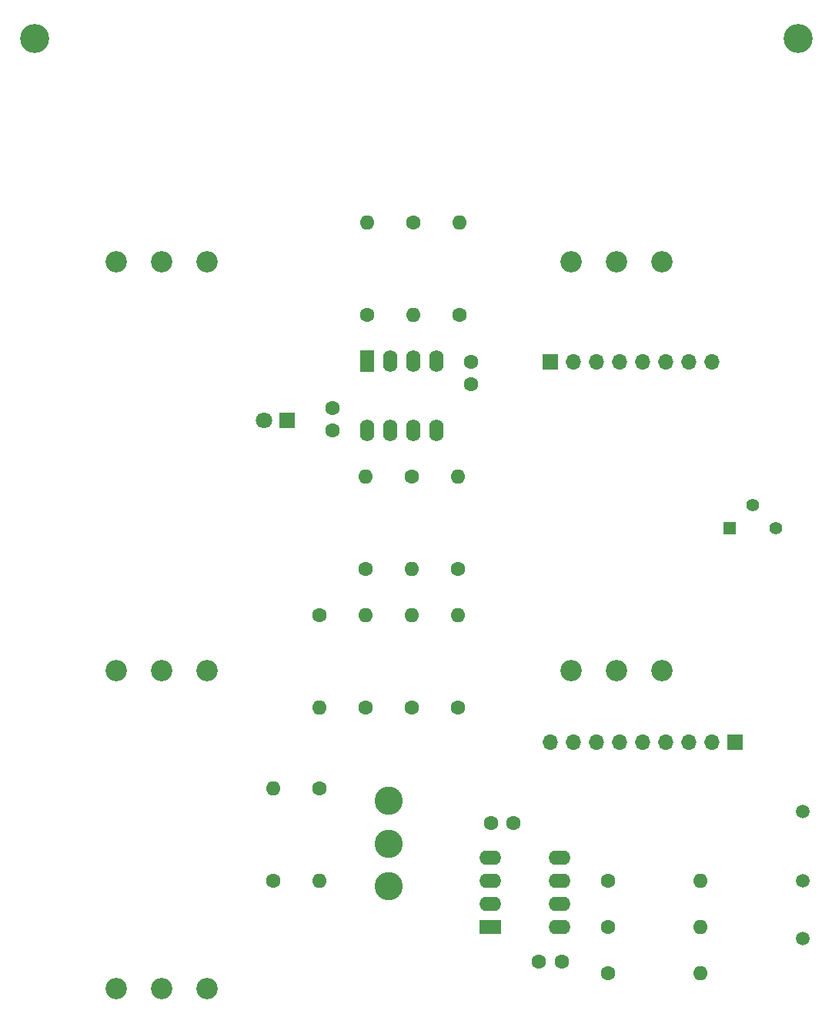
<source format=gts>
G04 #@! TF.GenerationSoftware,KiCad,Pcbnew,7.0.2-6a45011f42~172~ubuntu22.04.1*
G04 #@! TF.CreationDate,2023-05-05T21:02:08-04:00*
G04 #@! TF.ProjectId,springReverbRev2_FrontPCB,73707269-6e67-4526-9576-657262526576,rev?*
G04 #@! TF.SameCoordinates,Original*
G04 #@! TF.FileFunction,Soldermask,Top*
G04 #@! TF.FilePolarity,Negative*
%FSLAX46Y46*%
G04 Gerber Fmt 4.6, Leading zero omitted, Abs format (unit mm)*
G04 Created by KiCad (PCBNEW 7.0.2-6a45011f42~172~ubuntu22.04.1) date 2023-05-05 21:02:08*
%MOMM*%
%LPD*%
G01*
G04 APERTURE LIST*
%ADD10C,2.340000*%
%ADD11R,1.400000X1.400000*%
%ADD12C,1.400000*%
%ADD13C,3.200000*%
%ADD14C,1.500000*%
%ADD15C,3.100000*%
%ADD16R,1.800000X1.800000*%
%ADD17C,1.800000*%
%ADD18C,1.600000*%
%ADD19O,1.600000X1.600000*%
%ADD20R,2.400000X1.600000*%
%ADD21O,2.400000X1.600000*%
%ADD22R,1.600000X2.400000*%
%ADD23O,1.600000X2.400000*%
%ADD24R,1.700000X1.700000*%
%ADD25O,1.700000X1.700000*%
G04 APERTURE END LIST*
D10*
G04 #@! TO.C,RV901*
X117000000Y-71750000D03*
X122000000Y-71750000D03*
X127000000Y-71750000D03*
G04 #@! TD*
D11*
G04 #@! TO.C,VR1*
X184460000Y-101060000D03*
D12*
X187000000Y-98520000D03*
X189540000Y-101060000D03*
G04 #@! TD*
D13*
G04 #@! TO.C,H905*
X192000000Y-47250000D03*
G04 #@! TD*
D14*
G04 #@! TO.C,TP905*
X192520000Y-139880000D03*
G04 #@! TD*
D10*
G04 #@! TO.C,RV905*
X167000000Y-116750000D03*
X172000000Y-116750000D03*
X177000000Y-116750000D03*
G04 #@! TD*
D13*
G04 #@! TO.C,H903*
X108000000Y-47250000D03*
G04 #@! TD*
D15*
G04 #@! TO.C,SW901*
X147000000Y-140450000D03*
X147000000Y-135750000D03*
X147000000Y-131050000D03*
G04 #@! TD*
D10*
G04 #@! TO.C,RV903*
X117000000Y-151750000D03*
X122000000Y-151750000D03*
X127000000Y-151750000D03*
G04 #@! TD*
D14*
G04 #@! TO.C,TP904*
X192520000Y-132260000D03*
G04 #@! TD*
D10*
G04 #@! TO.C,RV902*
X117000000Y-116750000D03*
X122000000Y-116750000D03*
X127000000Y-116750000D03*
G04 #@! TD*
D16*
G04 #@! TO.C,LED1*
X135775000Y-89250000D03*
D17*
X133235000Y-89250000D03*
G04 #@! TD*
D10*
G04 #@! TO.C,RV904*
X167000000Y-71750000D03*
X172000000Y-71750000D03*
X177000000Y-71750000D03*
G04 #@! TD*
D14*
G04 #@! TO.C,TP906*
X192520000Y-146230000D03*
G04 #@! TD*
D18*
G04 #@! TO.C,R26*
X139380000Y-129720000D03*
D19*
X139380000Y-139880000D03*
G04 #@! TD*
D18*
G04 #@! TO.C,R20*
X144460000Y-105590000D03*
D19*
X144460000Y-95430000D03*
G04 #@! TD*
D18*
G04 #@! TO.C,R16*
X154620000Y-105590000D03*
D19*
X154620000Y-95430000D03*
G04 #@! TD*
D20*
G04 #@! TO.C,U1*
X158194286Y-144950000D03*
D21*
X158194286Y-142410000D03*
X158194286Y-139870000D03*
X158194286Y-137330000D03*
X165814286Y-137330000D03*
X165814286Y-139870000D03*
X165814286Y-142410000D03*
X165814286Y-144950000D03*
G04 #@! TD*
D18*
G04 #@! TO.C,C7*
X156065000Y-85270000D03*
X156065000Y-82770000D03*
G04 #@! TD*
D22*
G04 #@! TO.C,U2*
X144645000Y-82740000D03*
D23*
X147185000Y-82740000D03*
X149725000Y-82740000D03*
X152265000Y-82740000D03*
X152265000Y-90360000D03*
X149725000Y-90360000D03*
X147185000Y-90360000D03*
X144645000Y-90360000D03*
G04 #@! TD*
D24*
G04 #@! TO.C,J909*
X185090000Y-124615000D03*
D25*
X182550000Y-124615000D03*
X180010000Y-124615000D03*
X177470000Y-124615000D03*
X174930000Y-124615000D03*
X172390000Y-124615000D03*
X169850000Y-124615000D03*
X167310000Y-124615000D03*
X164770000Y-124615000D03*
G04 #@! TD*
D18*
G04 #@! TO.C,R25*
X134300000Y-139880000D03*
D19*
X134300000Y-129720000D03*
G04 #@! TD*
D18*
G04 #@! TO.C,R7*
X171130000Y-139880000D03*
D19*
X181290000Y-139880000D03*
G04 #@! TD*
D18*
G04 #@! TO.C,R1*
X171130000Y-150040000D03*
D19*
X181290000Y-150040000D03*
G04 #@! TD*
D18*
G04 #@! TO.C,R12*
X149540000Y-120830000D03*
D19*
X149540000Y-110670000D03*
G04 #@! TD*
D18*
G04 #@! TO.C,R21*
X149665000Y-67490000D03*
D19*
X149665000Y-77650000D03*
G04 #@! TD*
D18*
G04 #@! TO.C,R8*
X139380000Y-110670000D03*
D19*
X139380000Y-120830000D03*
G04 #@! TD*
D18*
G04 #@! TO.C,R22*
X149540000Y-95430000D03*
D19*
X149540000Y-105590000D03*
G04 #@! TD*
D18*
G04 #@! TO.C,R24*
X144585000Y-77650000D03*
D19*
X144585000Y-67490000D03*
G04 #@! TD*
D18*
G04 #@! TO.C,C903*
X163510000Y-148770000D03*
X166010000Y-148770000D03*
G04 #@! TD*
G04 #@! TO.C,C6*
X140825000Y-90350000D03*
X140825000Y-87850000D03*
G04 #@! TD*
G04 #@! TO.C,C904*
X160724286Y-133530000D03*
X158224286Y-133530000D03*
G04 #@! TD*
G04 #@! TO.C,R9*
X144470000Y-120820000D03*
D19*
X144470000Y-110660000D03*
G04 #@! TD*
D24*
G04 #@! TO.C,J907*
X164795000Y-82755000D03*
D25*
X167335000Y-82755000D03*
X169875000Y-82755000D03*
X172415000Y-82755000D03*
X174955000Y-82755000D03*
X177495000Y-82755000D03*
X180035000Y-82755000D03*
X182575000Y-82755000D03*
G04 #@! TD*
D18*
G04 #@! TO.C,R13*
X154620000Y-120830000D03*
D19*
X154620000Y-110670000D03*
G04 #@! TD*
D18*
G04 #@! TO.C,R2*
X171130000Y-144960000D03*
D19*
X181290000Y-144960000D03*
G04 #@! TD*
D18*
G04 #@! TO.C,R23*
X154745000Y-77650000D03*
D19*
X154745000Y-67490000D03*
G04 #@! TD*
M02*

</source>
